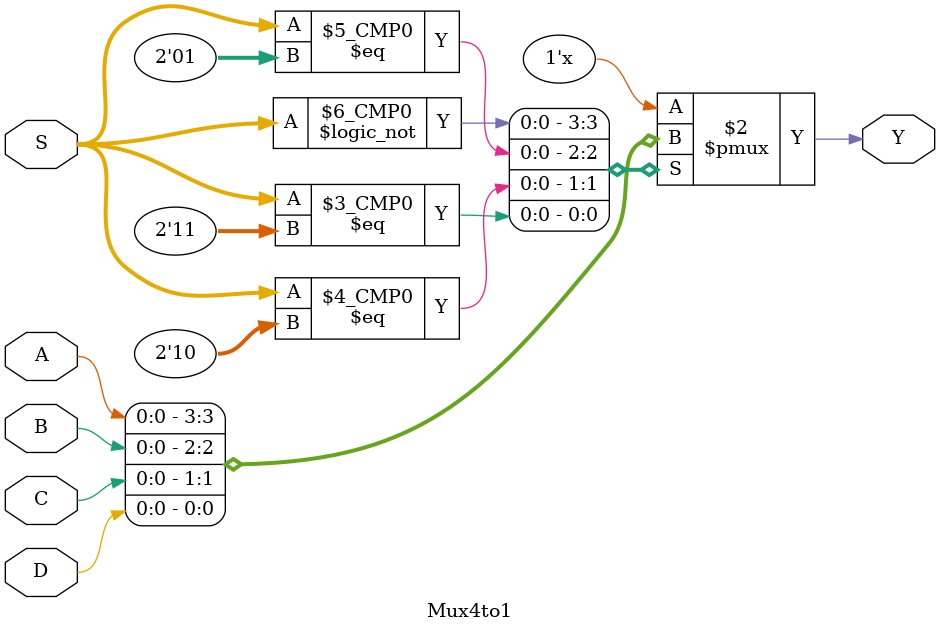
<source format=v>
`timescale 1ns / 1ps


module Mux4to1(
    input [1:0] S,
    input A,B,C,D,
    output reg Y
    );
    always @ (A,B,C,D,S)
    begin
        case (S)
        2'b00: Y = A;
        2'b01: Y = B;
        2'b10: Y = C;
        2'b11: Y = D;
        default: Y = Y;
        endcase
    end
endmodule

</source>
